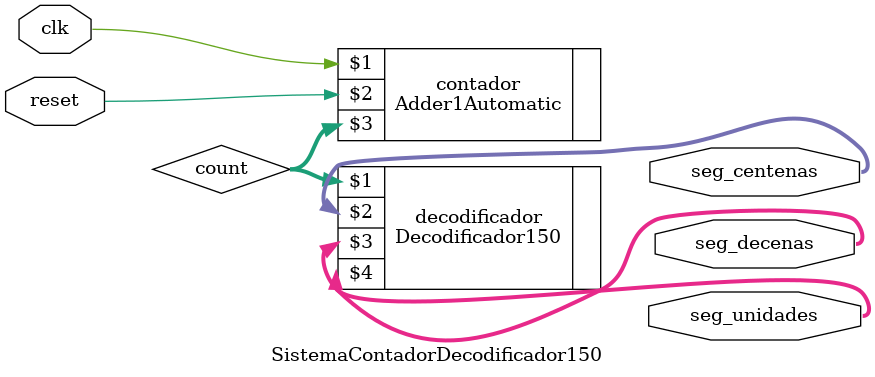
<source format=sv>
module SistemaContadorDecodificador150(
    input logic clk,       // Señal de reloj
    input logic reset,     // Señal para reiniciar el contador
    output logic [6:0] seg_centenas, // Salida para display de centenas
    output logic [6:0] seg_decenas,  // Salida para display de decenas
    output logic [6:0] seg_unidades  // Salida para display de unidades
);

    // Salida del contador (número de 8 bits, valor entre 0 y 150)
    logic [7:0] count;

    // Instancia del módulo del contador
    Adder1Automatic contador (clk,reset,count);

    // Instancia del decodificador para mostrar centenas, decenas y unidades
    Decodificador150 decodificador (count,seg_centenas,seg_decenas,seg_unidades);

endmodule


</source>
